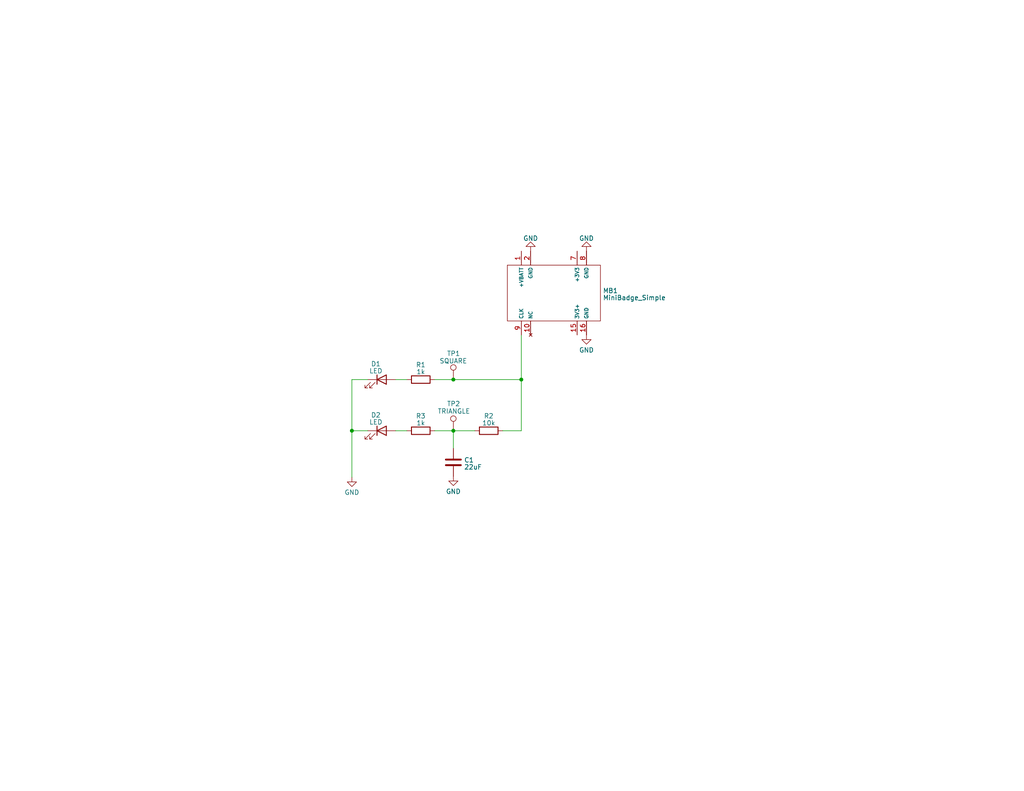
<source format=kicad_sch>
(kicad_sch (version 20230121) (generator eeschema)
  (paper "USLetter")
  (title_block (title "Circuit Hacking Community Minibadge") (date "2023-09-01") (rev "1.0") (company "SAINTCON") (comment 1 "@hamster"))
  (lib_symbols
    (symbol "Connector:TestPoint" (pin_numbers hide) (pin_names (offset 0.762) hide)
      (property "Reference" "TP" (at 0 6.858 0))
      (property "Value" "TestPoint" (at 0 5.08 0))
      (symbol "TestPoint_0_1"
        (circle (center 0 3.302) (radius 0.762))
      )
      (symbol "TestPoint_1_1"
        (pin passive line (at 0 0 90) (length 2.54) (name "1") (number "1"))
      )
    )
    (symbol "Device:C" (pin_numbers hide) (pin_names (offset 0.254))
      (property "Reference" "C" (at 0.635 2.54 0))
      (property "Value" "C" (at 0.635 -2.54 0))
      (symbol "C_0_1"
        (polyline (pts (xy -2.032 -0.762) (xy 2.032 -0.762)) (stroke (width 0.508)))
        (polyline (pts (xy -2.032 0.762) (xy 2.032 0.762)) (stroke (width 0.508)))
      )
      (symbol "C_1_1"
        (pin passive line (at 0 3.81 270) (length 2.794) (name "~") (number "1"))
        (pin passive line (at 0 -3.81 90) (length 2.794) (name "~") (number "2"))
      )
    )
    (symbol "Device:LED" (pin_numbers hide) (pin_names (offset 1.016) hide)
      (property "Reference" "D" (at 0 2.54 0))
      (property "Value" "LED" (at 0 -2.54 0))
      (symbol "LED_0_1"
        (polyline (pts (xy -1.27 -1.27) (xy -1.27 1.27)) (stroke (width 0.254)))
        (polyline (pts (xy -1.27 0) (xy 1.27 0)))
        (polyline (pts (xy 1.27 -1.27) (xy 1.27 1.27) (xy -1.27 0) (xy 1.27 -1.27)) (stroke (width 0.254)))
        (polyline (pts (xy -3.048 -0.762) (xy -4.572 -2.286) (xy -3.81 -2.286) (xy -4.572 -2.286) (xy -4.572 -1.524)))
        (polyline (pts (xy -1.778 -0.762) (xy -3.302 -2.286) (xy -2.54 -2.286) (xy -3.302 -2.286) (xy -3.302 -1.524)))
      )
      (symbol "LED_1_1"
        (pin passive line (at -3.81 0 0) (length 2.54) (name "K") (number "1"))
        (pin passive line (at 3.81 0 180) (length 2.54) (name "A") (number "2"))
      )
    )
    (symbol "Device:R" (pin_numbers hide) (pin_names (offset 0))
      (property "Reference" "R" (at 2.032 0 90))
      (property "Value" "R" (at 0 0 90))
      (symbol "R_0_1"
        (rectangle (start -1.016 -2.54) (end 1.016 2.54) (stroke (width 0.254)))
      )
      (symbol "R_1_1"
        (pin passive line (at 0 3.81 270) (length 1.27) (name "~") (number "1"))
        (pin passive line (at 0 -3.81 90) (length 1.27) (name "~") (number "2"))
      )
    )
    (symbol "MiniBadge:MiniBadge_Simple"
      (property "Reference" "MB" (at 8.89 0 0))
      (property "Value" "MiniBadge_Simple" (at -10.16 0 0))
      (symbol "MiniBadge_Simple_0_1"
        (rectangle (start -12.7 7.62) (end 12.7 -7.62))
      )
      (symbol "MiniBadge_Simple_1_1"
        (pin power_out line (at -8.89 11.43 270) (length 3.81) (name "+VBATT") (number "1"))
        (pin no_connect line (at -6.35 -11.43 90) (length 3.81) (name "NC") (number "10"))
        (pin power_out line (at 6.35 -11.43 90) (length 3.81) (name "3V3+") (number "15"))
        (pin power_out line (at 8.89 -11.43 90) (length 3.81) (name "GND") (number "16"))
        (pin power_out line (at -6.35 11.43 270) (length 3.81) (name "GND") (number "2"))
        (pin power_out line (at 6.35 11.43 270) (length 3.81) (name "+3V3") (number "7"))
        (pin power_out line (at 8.89 11.43 270) (length 3.81) (name "GND") (number "8"))
        (pin output line (at -8.89 -11.43 90) (length 3.81) (name "CLK") (number "9"))
      )
    )
    (symbol "power:GND" (power) (pin_names (offset 0))
      (property "Value" "GND" (at 0 -3.81 0))
      (symbol "GND_0_1"
        (polyline (pts (xy 0 0) (xy 0 -1.27) (xy 1.27 -1.27) (xy 0 -2.54) (xy -1.27 -1.27) (xy 0 -1.27)))
      )
      (symbol "GND_1_1"
        (pin power_in line (at 0 0 270) (length 0) hide (name "GND") (number "1"))
      )
    )
  )
  (junction (at 123.698 117.602))
  (junction (at 123.698 103.632))
  (junction (at 142.24 103.632))
  (junction (at 96.012 117.602))
  (wire (pts (xy 96.012 117.602) (xy 100.33 117.602)))
  (wire (pts (xy 100.33 103.632) (xy 96.012 103.632)))
  (wire (pts (xy 137.16 117.602) (xy 142.24 117.602)))
  (wire (pts (xy 123.698 117.602) (xy 129.54 117.602)))
  (wire (pts (xy 142.24 103.632) (xy 123.698 103.632)))
  (wire (pts (xy 142.24 91.44) (xy 142.24 103.632)))
  (wire (pts (xy 123.698 122.428) (xy 123.698 117.602)))
  (wire (pts (xy 107.95 103.632) (xy 110.998 103.632)))
  (wire (pts (xy 107.95 117.602) (xy 110.998 117.602)))
  (wire (pts (xy 123.698 103.632) (xy 118.618 103.632)))
  (wire (pts (xy 96.012 103.632) (xy 96.012 117.602)))
  (wire (pts (xy 96.012 117.602) (xy 96.012 130.302)))
  (wire (pts (xy 142.24 117.602) (xy 142.24 103.632)))
  (wire (pts (xy 118.618 117.602) (xy 123.698 117.602)))
  (symbol (lib_id "Device:R") (at 114.808 103.632 90) (unit 1)
    (property "Reference" "R1" (at 114.808 99.6061 90))
    (property "Value" "1k" (at 114.808 101.5271 90))
    (property "Footprint" "Resistor_SMD:R_0603_1608Metric" (effects hide))
  )
  (symbol (lib_id "power:GND") (at 160.02 68.58 180) (unit 1)
    (property "Reference" "#PWR04" (effects hide))
    (property "Value" "GND" (at 160.02 65.0781 0))
  )
  (symbol (lib_id "Device:LED") (at 104.14 117.602 0) (unit 1)
    (property "Reference" "D2" (at 102.5525 113.3221 0))
    (property "Value" "LED" (at 102.5525 115.2431 0))
    (property "Footprint" "LED_SMD:LED_0805_2012Metric" (effects hide))
  )
  (symbol (lib_id "power:GND") (at 96.012 130.302 0) (unit 1)
    (property "Reference" "#PWR03" (effects hide))
    (property "Value" "GND" (at 96.012 134.4375 0))
  )
  (symbol (lib_id "power:GND") (at 144.78 68.58 180) (unit 1)
    (property "Reference" "#PWR05" (effects hide))
    (property "Value" "GND" (at 144.78 65.0781 0))
  )
  (symbol (lib_id "Device:R") (at 114.808 117.602 90) (unit 1)
    (property "Reference" "R3" (at 114.808 113.5761 90))
    (property "Value" "1k" (at 114.808 115.4971 90))
    (property "Footprint" "Resistor_SMD:R_0603_1608Metric" (effects hide))
  )
  (symbol (lib_id "Device:LED") (at 104.14 103.632 0) (unit 1)
    (property "Reference" "D1" (at 102.5525 99.3521 0))
    (property "Value" "LED" (at 102.5525 101.2731 0))
    (property "Footprint" "LED_SMD:LED_0805_2012Metric" (effects hide))
  )
  (symbol (lib_id "MiniBadge:MiniBadge_Simple") (at 151.13 80.01 0) (unit 1)
    (property "Reference" "MB1" (at 164.465 79.3663 0) (effects (justify left)))
    (property "Value" "MiniBadge_Simple" (at 164.465 81.2873 0) (effects (justify left)))
    (property "Footprint" "lib_fp:MiniBadge_Simple" (effects hide))
  )
  (symbol (lib_id "Connector:TestPoint") (at 123.698 103.632 0) (unit 1)
    (property "Reference" "TP1" (at 121.92 96.52 0) (effects (justify left)))
    (property "Value" "SQUARE" (at 119.888 98.552 0) (effects (justify left)))
    (property "Footprint" "TestPoint:TestPoint_THTPad_D1.5mm_Drill0.7mm" (effects hide))
  )
  (symbol (lib_id "Device:C") (at 123.698 126.238 0) (unit 1)
    (property "Reference" "C1" (at 126.619 125.5943 0) (effects (justify left)))
    (property "Value" "22uF" (at 126.619 127.5153 0) (effects (justify left)))
    (property "Footprint" "Capacitor_SMD:C_0805_2012Metric" (effects hide))
  )
  (symbol (lib_id "power:GND") (at 160.02 91.44 0) (unit 1)
    (property "Reference" "#PWR01" (effects hide))
    (property "Value" "GND" (at 160.02 95.5755 0))
  )
  (symbol (lib_id "power:GND") (at 123.698 130.048 0) (unit 1)
    (property "Reference" "#PWR02" (effects hide))
    (property "Value" "GND" (at 123.698 134.1835 0))
  )
  (symbol (lib_id "Device:R") (at 133.35 117.602 90) (unit 1)
    (property "Reference" "R2" (at 133.35 113.5761 90))
    (property "Value" "10k" (at 133.35 115.4971 90))
    (property "Footprint" "Resistor_SMD:R_0603_1608Metric" (effects hide))
  )
  (symbol (lib_id "Connector:TestPoint") (at 123.698 117.602 0) (unit 1)
    (property "Reference" "TP2" (at 121.92 110.236 0) (effects (justify left)))
    (property "Value" "TRIANGLE" (at 119.38 112.268 0) (effects (justify left)))
    (property "Footprint" "TestPoint:TestPoint_THTPad_D1.5mm_Drill0.7mm" (effects hide))
  )
)
</source>
